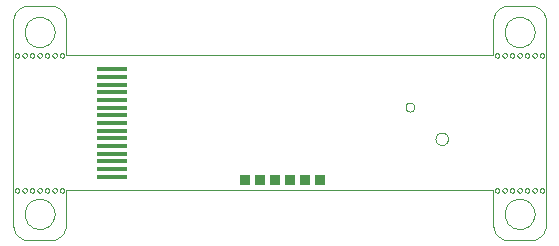
<source format=gbp>
G75*
%MOIN*%
%OFA0B0*%
%FSLAX24Y24*%
%IPPOS*%
%LPD*%
%AMOC8*
5,1,8,0,0,1.08239X$1,22.5*
%
%ADD10C,0.0000*%
%ADD11R,0.1024X0.0138*%
%ADD12R,0.0320X0.0350*%
D10*
X004943Y002737D02*
X005693Y002737D01*
X005737Y002739D01*
X005780Y002745D01*
X005822Y002754D01*
X005864Y002767D01*
X005904Y002784D01*
X005943Y002804D01*
X005980Y002827D01*
X006014Y002854D01*
X006047Y002883D01*
X006076Y002916D01*
X006103Y002950D01*
X006126Y002987D01*
X006146Y003026D01*
X006163Y003066D01*
X006176Y003108D01*
X006185Y003150D01*
X006191Y003193D01*
X006193Y003237D01*
X006193Y004393D01*
X020443Y004393D01*
X020443Y003237D01*
X020445Y003193D01*
X020451Y003150D01*
X020460Y003108D01*
X020473Y003066D01*
X020490Y003026D01*
X020510Y002987D01*
X020533Y002950D01*
X020560Y002916D01*
X020589Y002883D01*
X020622Y002854D01*
X020656Y002827D01*
X020693Y002804D01*
X020732Y002784D01*
X020772Y002767D01*
X020814Y002754D01*
X020856Y002745D01*
X020899Y002739D01*
X020943Y002737D01*
X021693Y002737D01*
X021737Y002739D01*
X021780Y002745D01*
X021822Y002754D01*
X021864Y002767D01*
X021904Y002784D01*
X021943Y002804D01*
X021980Y002827D01*
X022014Y002854D01*
X022047Y002883D01*
X022076Y002916D01*
X022103Y002950D01*
X022126Y002987D01*
X022146Y003026D01*
X022163Y003066D01*
X022176Y003108D01*
X022185Y003150D01*
X022191Y003193D01*
X022193Y003237D01*
X022193Y010050D01*
X022191Y010094D01*
X022185Y010137D01*
X022176Y010179D01*
X022163Y010221D01*
X022146Y010261D01*
X022126Y010300D01*
X022103Y010337D01*
X022076Y010371D01*
X022047Y010404D01*
X022014Y010433D01*
X021980Y010460D01*
X021943Y010483D01*
X021904Y010503D01*
X021864Y010520D01*
X021822Y010533D01*
X021780Y010542D01*
X021737Y010548D01*
X021693Y010550D01*
X020943Y010550D01*
X020899Y010548D01*
X020856Y010542D01*
X020814Y010533D01*
X020772Y010520D01*
X020732Y010503D01*
X020693Y010483D01*
X020656Y010460D01*
X020622Y010433D01*
X020589Y010404D01*
X020560Y010371D01*
X020533Y010337D01*
X020510Y010300D01*
X020490Y010261D01*
X020473Y010221D01*
X020460Y010179D01*
X020451Y010137D01*
X020445Y010094D01*
X020443Y010050D01*
X020443Y008893D01*
X006193Y008893D01*
X006193Y010050D01*
X006191Y010094D01*
X006185Y010137D01*
X006176Y010179D01*
X006163Y010221D01*
X006146Y010261D01*
X006126Y010300D01*
X006103Y010337D01*
X006076Y010371D01*
X006047Y010404D01*
X006014Y010433D01*
X005980Y010460D01*
X005943Y010483D01*
X005904Y010503D01*
X005864Y010520D01*
X005822Y010533D01*
X005780Y010542D01*
X005737Y010548D01*
X005693Y010550D01*
X004943Y010550D01*
X004899Y010548D01*
X004856Y010542D01*
X004814Y010533D01*
X004772Y010520D01*
X004732Y010503D01*
X004693Y010483D01*
X004656Y010460D01*
X004622Y010433D01*
X004589Y010404D01*
X004560Y010371D01*
X004533Y010337D01*
X004510Y010300D01*
X004490Y010261D01*
X004473Y010221D01*
X004460Y010179D01*
X004451Y010137D01*
X004445Y010094D01*
X004443Y010050D01*
X004443Y003237D01*
X004445Y003193D01*
X004451Y003150D01*
X004460Y003108D01*
X004473Y003066D01*
X004490Y003026D01*
X004510Y002987D01*
X004533Y002950D01*
X004560Y002916D01*
X004589Y002883D01*
X004622Y002854D01*
X004656Y002827D01*
X004693Y002804D01*
X004732Y002784D01*
X004772Y002767D01*
X004814Y002754D01*
X004856Y002745D01*
X004899Y002739D01*
X004943Y002737D01*
X004818Y003612D02*
X004820Y003656D01*
X004826Y003700D01*
X004836Y003743D01*
X004849Y003785D01*
X004866Y003826D01*
X004887Y003865D01*
X004911Y003902D01*
X004938Y003937D01*
X004968Y003969D01*
X005001Y003999D01*
X005037Y004025D01*
X005074Y004049D01*
X005114Y004068D01*
X005155Y004085D01*
X005198Y004097D01*
X005241Y004106D01*
X005285Y004111D01*
X005329Y004112D01*
X005373Y004109D01*
X005417Y004102D01*
X005460Y004091D01*
X005502Y004077D01*
X005542Y004059D01*
X005581Y004037D01*
X005617Y004013D01*
X005651Y003985D01*
X005683Y003954D01*
X005712Y003920D01*
X005738Y003884D01*
X005760Y003846D01*
X005779Y003806D01*
X005794Y003764D01*
X005806Y003722D01*
X005814Y003678D01*
X005818Y003634D01*
X005818Y003590D01*
X005814Y003546D01*
X005806Y003502D01*
X005794Y003460D01*
X005779Y003418D01*
X005760Y003378D01*
X005738Y003340D01*
X005712Y003304D01*
X005683Y003270D01*
X005651Y003239D01*
X005617Y003211D01*
X005581Y003187D01*
X005542Y003165D01*
X005502Y003147D01*
X005460Y003133D01*
X005417Y003122D01*
X005373Y003115D01*
X005329Y003112D01*
X005285Y003113D01*
X005241Y003118D01*
X005198Y003127D01*
X005155Y003139D01*
X005114Y003156D01*
X005074Y003175D01*
X005037Y003199D01*
X005001Y003225D01*
X004968Y003255D01*
X004938Y003287D01*
X004911Y003322D01*
X004887Y003359D01*
X004866Y003398D01*
X004849Y003439D01*
X004836Y003481D01*
X004826Y003524D01*
X004820Y003568D01*
X004818Y003612D01*
X004743Y004393D02*
X004745Y004410D01*
X004750Y004426D01*
X004759Y004440D01*
X004771Y004452D01*
X004785Y004461D01*
X004801Y004466D01*
X004818Y004468D01*
X004835Y004466D01*
X004851Y004461D01*
X004865Y004452D01*
X004877Y004440D01*
X004886Y004426D01*
X004891Y004410D01*
X004893Y004393D01*
X004891Y004376D01*
X004886Y004360D01*
X004877Y004346D01*
X004865Y004334D01*
X004851Y004325D01*
X004835Y004320D01*
X004818Y004318D01*
X004801Y004320D01*
X004785Y004325D01*
X004771Y004334D01*
X004759Y004346D01*
X004750Y004360D01*
X004745Y004376D01*
X004743Y004393D01*
X004493Y004393D02*
X004495Y004410D01*
X004500Y004426D01*
X004509Y004440D01*
X004521Y004452D01*
X004535Y004461D01*
X004551Y004466D01*
X004568Y004468D01*
X004585Y004466D01*
X004601Y004461D01*
X004615Y004452D01*
X004627Y004440D01*
X004636Y004426D01*
X004641Y004410D01*
X004643Y004393D01*
X004641Y004376D01*
X004636Y004360D01*
X004627Y004346D01*
X004615Y004334D01*
X004601Y004325D01*
X004585Y004320D01*
X004568Y004318D01*
X004551Y004320D01*
X004535Y004325D01*
X004521Y004334D01*
X004509Y004346D01*
X004500Y004360D01*
X004495Y004376D01*
X004493Y004393D01*
X004993Y004393D02*
X004995Y004410D01*
X005000Y004426D01*
X005009Y004440D01*
X005021Y004452D01*
X005035Y004461D01*
X005051Y004466D01*
X005068Y004468D01*
X005085Y004466D01*
X005101Y004461D01*
X005115Y004452D01*
X005127Y004440D01*
X005136Y004426D01*
X005141Y004410D01*
X005143Y004393D01*
X005141Y004376D01*
X005136Y004360D01*
X005127Y004346D01*
X005115Y004334D01*
X005101Y004325D01*
X005085Y004320D01*
X005068Y004318D01*
X005051Y004320D01*
X005035Y004325D01*
X005021Y004334D01*
X005009Y004346D01*
X005000Y004360D01*
X004995Y004376D01*
X004993Y004393D01*
X005243Y004393D02*
X005245Y004410D01*
X005250Y004426D01*
X005259Y004440D01*
X005271Y004452D01*
X005285Y004461D01*
X005301Y004466D01*
X005318Y004468D01*
X005335Y004466D01*
X005351Y004461D01*
X005365Y004452D01*
X005377Y004440D01*
X005386Y004426D01*
X005391Y004410D01*
X005393Y004393D01*
X005391Y004376D01*
X005386Y004360D01*
X005377Y004346D01*
X005365Y004334D01*
X005351Y004325D01*
X005335Y004320D01*
X005318Y004318D01*
X005301Y004320D01*
X005285Y004325D01*
X005271Y004334D01*
X005259Y004346D01*
X005250Y004360D01*
X005245Y004376D01*
X005243Y004393D01*
X005493Y004393D02*
X005495Y004410D01*
X005500Y004426D01*
X005509Y004440D01*
X005521Y004452D01*
X005535Y004461D01*
X005551Y004466D01*
X005568Y004468D01*
X005585Y004466D01*
X005601Y004461D01*
X005615Y004452D01*
X005627Y004440D01*
X005636Y004426D01*
X005641Y004410D01*
X005643Y004393D01*
X005641Y004376D01*
X005636Y004360D01*
X005627Y004346D01*
X005615Y004334D01*
X005601Y004325D01*
X005585Y004320D01*
X005568Y004318D01*
X005551Y004320D01*
X005535Y004325D01*
X005521Y004334D01*
X005509Y004346D01*
X005500Y004360D01*
X005495Y004376D01*
X005493Y004393D01*
X005743Y004393D02*
X005745Y004410D01*
X005750Y004426D01*
X005759Y004440D01*
X005771Y004452D01*
X005785Y004461D01*
X005801Y004466D01*
X005818Y004468D01*
X005835Y004466D01*
X005851Y004461D01*
X005865Y004452D01*
X005877Y004440D01*
X005886Y004426D01*
X005891Y004410D01*
X005893Y004393D01*
X005891Y004376D01*
X005886Y004360D01*
X005877Y004346D01*
X005865Y004334D01*
X005851Y004325D01*
X005835Y004320D01*
X005818Y004318D01*
X005801Y004320D01*
X005785Y004325D01*
X005771Y004334D01*
X005759Y004346D01*
X005750Y004360D01*
X005745Y004376D01*
X005743Y004393D01*
X005993Y004393D02*
X005995Y004410D01*
X006000Y004426D01*
X006009Y004440D01*
X006021Y004452D01*
X006035Y004461D01*
X006051Y004466D01*
X006068Y004468D01*
X006085Y004466D01*
X006101Y004461D01*
X006115Y004452D01*
X006127Y004440D01*
X006136Y004426D01*
X006141Y004410D01*
X006143Y004393D01*
X006141Y004376D01*
X006136Y004360D01*
X006127Y004346D01*
X006115Y004334D01*
X006101Y004325D01*
X006085Y004320D01*
X006068Y004318D01*
X006051Y004320D01*
X006035Y004325D01*
X006021Y004334D01*
X006009Y004346D01*
X006000Y004360D01*
X005995Y004376D01*
X005993Y004393D01*
X005993Y008893D02*
X005995Y008910D01*
X006000Y008926D01*
X006009Y008940D01*
X006021Y008952D01*
X006035Y008961D01*
X006051Y008966D01*
X006068Y008968D01*
X006085Y008966D01*
X006101Y008961D01*
X006115Y008952D01*
X006127Y008940D01*
X006136Y008926D01*
X006141Y008910D01*
X006143Y008893D01*
X006141Y008876D01*
X006136Y008860D01*
X006127Y008846D01*
X006115Y008834D01*
X006101Y008825D01*
X006085Y008820D01*
X006068Y008818D01*
X006051Y008820D01*
X006035Y008825D01*
X006021Y008834D01*
X006009Y008846D01*
X006000Y008860D01*
X005995Y008876D01*
X005993Y008893D01*
X005743Y008893D02*
X005745Y008910D01*
X005750Y008926D01*
X005759Y008940D01*
X005771Y008952D01*
X005785Y008961D01*
X005801Y008966D01*
X005818Y008968D01*
X005835Y008966D01*
X005851Y008961D01*
X005865Y008952D01*
X005877Y008940D01*
X005886Y008926D01*
X005891Y008910D01*
X005893Y008893D01*
X005891Y008876D01*
X005886Y008860D01*
X005877Y008846D01*
X005865Y008834D01*
X005851Y008825D01*
X005835Y008820D01*
X005818Y008818D01*
X005801Y008820D01*
X005785Y008825D01*
X005771Y008834D01*
X005759Y008846D01*
X005750Y008860D01*
X005745Y008876D01*
X005743Y008893D01*
X005493Y008893D02*
X005495Y008910D01*
X005500Y008926D01*
X005509Y008940D01*
X005521Y008952D01*
X005535Y008961D01*
X005551Y008966D01*
X005568Y008968D01*
X005585Y008966D01*
X005601Y008961D01*
X005615Y008952D01*
X005627Y008940D01*
X005636Y008926D01*
X005641Y008910D01*
X005643Y008893D01*
X005641Y008876D01*
X005636Y008860D01*
X005627Y008846D01*
X005615Y008834D01*
X005601Y008825D01*
X005585Y008820D01*
X005568Y008818D01*
X005551Y008820D01*
X005535Y008825D01*
X005521Y008834D01*
X005509Y008846D01*
X005500Y008860D01*
X005495Y008876D01*
X005493Y008893D01*
X005243Y008893D02*
X005245Y008910D01*
X005250Y008926D01*
X005259Y008940D01*
X005271Y008952D01*
X005285Y008961D01*
X005301Y008966D01*
X005318Y008968D01*
X005335Y008966D01*
X005351Y008961D01*
X005365Y008952D01*
X005377Y008940D01*
X005386Y008926D01*
X005391Y008910D01*
X005393Y008893D01*
X005391Y008876D01*
X005386Y008860D01*
X005377Y008846D01*
X005365Y008834D01*
X005351Y008825D01*
X005335Y008820D01*
X005318Y008818D01*
X005301Y008820D01*
X005285Y008825D01*
X005271Y008834D01*
X005259Y008846D01*
X005250Y008860D01*
X005245Y008876D01*
X005243Y008893D01*
X004993Y008893D02*
X004995Y008910D01*
X005000Y008926D01*
X005009Y008940D01*
X005021Y008952D01*
X005035Y008961D01*
X005051Y008966D01*
X005068Y008968D01*
X005085Y008966D01*
X005101Y008961D01*
X005115Y008952D01*
X005127Y008940D01*
X005136Y008926D01*
X005141Y008910D01*
X005143Y008893D01*
X005141Y008876D01*
X005136Y008860D01*
X005127Y008846D01*
X005115Y008834D01*
X005101Y008825D01*
X005085Y008820D01*
X005068Y008818D01*
X005051Y008820D01*
X005035Y008825D01*
X005021Y008834D01*
X005009Y008846D01*
X005000Y008860D01*
X004995Y008876D01*
X004993Y008893D01*
X004743Y008893D02*
X004745Y008910D01*
X004750Y008926D01*
X004759Y008940D01*
X004771Y008952D01*
X004785Y008961D01*
X004801Y008966D01*
X004818Y008968D01*
X004835Y008966D01*
X004851Y008961D01*
X004865Y008952D01*
X004877Y008940D01*
X004886Y008926D01*
X004891Y008910D01*
X004893Y008893D01*
X004891Y008876D01*
X004886Y008860D01*
X004877Y008846D01*
X004865Y008834D01*
X004851Y008825D01*
X004835Y008820D01*
X004818Y008818D01*
X004801Y008820D01*
X004785Y008825D01*
X004771Y008834D01*
X004759Y008846D01*
X004750Y008860D01*
X004745Y008876D01*
X004743Y008893D01*
X004493Y008893D02*
X004495Y008910D01*
X004500Y008926D01*
X004509Y008940D01*
X004521Y008952D01*
X004535Y008961D01*
X004551Y008966D01*
X004568Y008968D01*
X004585Y008966D01*
X004601Y008961D01*
X004615Y008952D01*
X004627Y008940D01*
X004636Y008926D01*
X004641Y008910D01*
X004643Y008893D01*
X004641Y008876D01*
X004636Y008860D01*
X004627Y008846D01*
X004615Y008834D01*
X004601Y008825D01*
X004585Y008820D01*
X004568Y008818D01*
X004551Y008820D01*
X004535Y008825D01*
X004521Y008834D01*
X004509Y008846D01*
X004500Y008860D01*
X004495Y008876D01*
X004493Y008893D01*
X004818Y009675D02*
X004820Y009719D01*
X004826Y009763D01*
X004836Y009806D01*
X004849Y009848D01*
X004866Y009889D01*
X004887Y009928D01*
X004911Y009965D01*
X004938Y010000D01*
X004968Y010032D01*
X005001Y010062D01*
X005037Y010088D01*
X005074Y010112D01*
X005114Y010131D01*
X005155Y010148D01*
X005198Y010160D01*
X005241Y010169D01*
X005285Y010174D01*
X005329Y010175D01*
X005373Y010172D01*
X005417Y010165D01*
X005460Y010154D01*
X005502Y010140D01*
X005542Y010122D01*
X005581Y010100D01*
X005617Y010076D01*
X005651Y010048D01*
X005683Y010017D01*
X005712Y009983D01*
X005738Y009947D01*
X005760Y009909D01*
X005779Y009869D01*
X005794Y009827D01*
X005806Y009785D01*
X005814Y009741D01*
X005818Y009697D01*
X005818Y009653D01*
X005814Y009609D01*
X005806Y009565D01*
X005794Y009523D01*
X005779Y009481D01*
X005760Y009441D01*
X005738Y009403D01*
X005712Y009367D01*
X005683Y009333D01*
X005651Y009302D01*
X005617Y009274D01*
X005581Y009250D01*
X005542Y009228D01*
X005502Y009210D01*
X005460Y009196D01*
X005417Y009185D01*
X005373Y009178D01*
X005329Y009175D01*
X005285Y009176D01*
X005241Y009181D01*
X005198Y009190D01*
X005155Y009202D01*
X005114Y009219D01*
X005074Y009238D01*
X005037Y009262D01*
X005001Y009288D01*
X004968Y009318D01*
X004938Y009350D01*
X004911Y009385D01*
X004887Y009422D01*
X004866Y009461D01*
X004849Y009502D01*
X004836Y009544D01*
X004826Y009587D01*
X004820Y009631D01*
X004818Y009675D01*
X017516Y007172D02*
X017518Y007196D01*
X017524Y007219D01*
X017533Y007241D01*
X017546Y007261D01*
X017561Y007279D01*
X017580Y007294D01*
X017601Y007306D01*
X017623Y007314D01*
X017646Y007319D01*
X017670Y007320D01*
X017694Y007317D01*
X017716Y007310D01*
X017738Y007300D01*
X017758Y007287D01*
X017775Y007270D01*
X017789Y007251D01*
X017800Y007230D01*
X017808Y007207D01*
X017812Y007184D01*
X017812Y007160D01*
X017808Y007137D01*
X017800Y007114D01*
X017789Y007093D01*
X017775Y007074D01*
X017758Y007057D01*
X017738Y007044D01*
X017716Y007034D01*
X017694Y007027D01*
X017670Y007024D01*
X017646Y007025D01*
X017623Y007030D01*
X017601Y007038D01*
X017580Y007050D01*
X017561Y007065D01*
X017546Y007083D01*
X017533Y007103D01*
X017524Y007125D01*
X017518Y007148D01*
X017516Y007172D01*
X018515Y006114D02*
X018517Y006142D01*
X018523Y006170D01*
X018532Y006196D01*
X018545Y006222D01*
X018561Y006245D01*
X018581Y006265D01*
X018603Y006283D01*
X018627Y006298D01*
X018653Y006309D01*
X018680Y006317D01*
X018708Y006321D01*
X018736Y006321D01*
X018764Y006317D01*
X018791Y006309D01*
X018817Y006298D01*
X018841Y006283D01*
X018863Y006265D01*
X018883Y006245D01*
X018899Y006222D01*
X018912Y006196D01*
X018921Y006170D01*
X018927Y006142D01*
X018929Y006114D01*
X018927Y006086D01*
X018921Y006058D01*
X018912Y006032D01*
X018899Y006006D01*
X018883Y005983D01*
X018863Y005963D01*
X018841Y005945D01*
X018817Y005930D01*
X018791Y005919D01*
X018764Y005911D01*
X018736Y005907D01*
X018708Y005907D01*
X018680Y005911D01*
X018653Y005919D01*
X018627Y005930D01*
X018603Y005945D01*
X018581Y005963D01*
X018561Y005983D01*
X018545Y006006D01*
X018532Y006032D01*
X018523Y006058D01*
X018517Y006086D01*
X018515Y006114D01*
X020493Y004393D02*
X020495Y004410D01*
X020500Y004426D01*
X020509Y004440D01*
X020521Y004452D01*
X020535Y004461D01*
X020551Y004466D01*
X020568Y004468D01*
X020585Y004466D01*
X020601Y004461D01*
X020615Y004452D01*
X020627Y004440D01*
X020636Y004426D01*
X020641Y004410D01*
X020643Y004393D01*
X020641Y004376D01*
X020636Y004360D01*
X020627Y004346D01*
X020615Y004334D01*
X020601Y004325D01*
X020585Y004320D01*
X020568Y004318D01*
X020551Y004320D01*
X020535Y004325D01*
X020521Y004334D01*
X020509Y004346D01*
X020500Y004360D01*
X020495Y004376D01*
X020493Y004393D01*
X020743Y004393D02*
X020745Y004410D01*
X020750Y004426D01*
X020759Y004440D01*
X020771Y004452D01*
X020785Y004461D01*
X020801Y004466D01*
X020818Y004468D01*
X020835Y004466D01*
X020851Y004461D01*
X020865Y004452D01*
X020877Y004440D01*
X020886Y004426D01*
X020891Y004410D01*
X020893Y004393D01*
X020891Y004376D01*
X020886Y004360D01*
X020877Y004346D01*
X020865Y004334D01*
X020851Y004325D01*
X020835Y004320D01*
X020818Y004318D01*
X020801Y004320D01*
X020785Y004325D01*
X020771Y004334D01*
X020759Y004346D01*
X020750Y004360D01*
X020745Y004376D01*
X020743Y004393D01*
X020993Y004393D02*
X020995Y004410D01*
X021000Y004426D01*
X021009Y004440D01*
X021021Y004452D01*
X021035Y004461D01*
X021051Y004466D01*
X021068Y004468D01*
X021085Y004466D01*
X021101Y004461D01*
X021115Y004452D01*
X021127Y004440D01*
X021136Y004426D01*
X021141Y004410D01*
X021143Y004393D01*
X021141Y004376D01*
X021136Y004360D01*
X021127Y004346D01*
X021115Y004334D01*
X021101Y004325D01*
X021085Y004320D01*
X021068Y004318D01*
X021051Y004320D01*
X021035Y004325D01*
X021021Y004334D01*
X021009Y004346D01*
X021000Y004360D01*
X020995Y004376D01*
X020993Y004393D01*
X021243Y004393D02*
X021245Y004410D01*
X021250Y004426D01*
X021259Y004440D01*
X021271Y004452D01*
X021285Y004461D01*
X021301Y004466D01*
X021318Y004468D01*
X021335Y004466D01*
X021351Y004461D01*
X021365Y004452D01*
X021377Y004440D01*
X021386Y004426D01*
X021391Y004410D01*
X021393Y004393D01*
X021391Y004376D01*
X021386Y004360D01*
X021377Y004346D01*
X021365Y004334D01*
X021351Y004325D01*
X021335Y004320D01*
X021318Y004318D01*
X021301Y004320D01*
X021285Y004325D01*
X021271Y004334D01*
X021259Y004346D01*
X021250Y004360D01*
X021245Y004376D01*
X021243Y004393D01*
X021493Y004393D02*
X021495Y004410D01*
X021500Y004426D01*
X021509Y004440D01*
X021521Y004452D01*
X021535Y004461D01*
X021551Y004466D01*
X021568Y004468D01*
X021585Y004466D01*
X021601Y004461D01*
X021615Y004452D01*
X021627Y004440D01*
X021636Y004426D01*
X021641Y004410D01*
X021643Y004393D01*
X021641Y004376D01*
X021636Y004360D01*
X021627Y004346D01*
X021615Y004334D01*
X021601Y004325D01*
X021585Y004320D01*
X021568Y004318D01*
X021551Y004320D01*
X021535Y004325D01*
X021521Y004334D01*
X021509Y004346D01*
X021500Y004360D01*
X021495Y004376D01*
X021493Y004393D01*
X021743Y004393D02*
X021745Y004410D01*
X021750Y004426D01*
X021759Y004440D01*
X021771Y004452D01*
X021785Y004461D01*
X021801Y004466D01*
X021818Y004468D01*
X021835Y004466D01*
X021851Y004461D01*
X021865Y004452D01*
X021877Y004440D01*
X021886Y004426D01*
X021891Y004410D01*
X021893Y004393D01*
X021891Y004376D01*
X021886Y004360D01*
X021877Y004346D01*
X021865Y004334D01*
X021851Y004325D01*
X021835Y004320D01*
X021818Y004318D01*
X021801Y004320D01*
X021785Y004325D01*
X021771Y004334D01*
X021759Y004346D01*
X021750Y004360D01*
X021745Y004376D01*
X021743Y004393D01*
X021993Y004393D02*
X021995Y004410D01*
X022000Y004426D01*
X022009Y004440D01*
X022021Y004452D01*
X022035Y004461D01*
X022051Y004466D01*
X022068Y004468D01*
X022085Y004466D01*
X022101Y004461D01*
X022115Y004452D01*
X022127Y004440D01*
X022136Y004426D01*
X022141Y004410D01*
X022143Y004393D01*
X022141Y004376D01*
X022136Y004360D01*
X022127Y004346D01*
X022115Y004334D01*
X022101Y004325D01*
X022085Y004320D01*
X022068Y004318D01*
X022051Y004320D01*
X022035Y004325D01*
X022021Y004334D01*
X022009Y004346D01*
X022000Y004360D01*
X021995Y004376D01*
X021993Y004393D01*
X020818Y003612D02*
X020820Y003656D01*
X020826Y003700D01*
X020836Y003743D01*
X020849Y003785D01*
X020866Y003826D01*
X020887Y003865D01*
X020911Y003902D01*
X020938Y003937D01*
X020968Y003969D01*
X021001Y003999D01*
X021037Y004025D01*
X021074Y004049D01*
X021114Y004068D01*
X021155Y004085D01*
X021198Y004097D01*
X021241Y004106D01*
X021285Y004111D01*
X021329Y004112D01*
X021373Y004109D01*
X021417Y004102D01*
X021460Y004091D01*
X021502Y004077D01*
X021542Y004059D01*
X021581Y004037D01*
X021617Y004013D01*
X021651Y003985D01*
X021683Y003954D01*
X021712Y003920D01*
X021738Y003884D01*
X021760Y003846D01*
X021779Y003806D01*
X021794Y003764D01*
X021806Y003722D01*
X021814Y003678D01*
X021818Y003634D01*
X021818Y003590D01*
X021814Y003546D01*
X021806Y003502D01*
X021794Y003460D01*
X021779Y003418D01*
X021760Y003378D01*
X021738Y003340D01*
X021712Y003304D01*
X021683Y003270D01*
X021651Y003239D01*
X021617Y003211D01*
X021581Y003187D01*
X021542Y003165D01*
X021502Y003147D01*
X021460Y003133D01*
X021417Y003122D01*
X021373Y003115D01*
X021329Y003112D01*
X021285Y003113D01*
X021241Y003118D01*
X021198Y003127D01*
X021155Y003139D01*
X021114Y003156D01*
X021074Y003175D01*
X021037Y003199D01*
X021001Y003225D01*
X020968Y003255D01*
X020938Y003287D01*
X020911Y003322D01*
X020887Y003359D01*
X020866Y003398D01*
X020849Y003439D01*
X020836Y003481D01*
X020826Y003524D01*
X020820Y003568D01*
X020818Y003612D01*
X020743Y008893D02*
X020745Y008910D01*
X020750Y008926D01*
X020759Y008940D01*
X020771Y008952D01*
X020785Y008961D01*
X020801Y008966D01*
X020818Y008968D01*
X020835Y008966D01*
X020851Y008961D01*
X020865Y008952D01*
X020877Y008940D01*
X020886Y008926D01*
X020891Y008910D01*
X020893Y008893D01*
X020891Y008876D01*
X020886Y008860D01*
X020877Y008846D01*
X020865Y008834D01*
X020851Y008825D01*
X020835Y008820D01*
X020818Y008818D01*
X020801Y008820D01*
X020785Y008825D01*
X020771Y008834D01*
X020759Y008846D01*
X020750Y008860D01*
X020745Y008876D01*
X020743Y008893D01*
X020493Y008893D02*
X020495Y008910D01*
X020500Y008926D01*
X020509Y008940D01*
X020521Y008952D01*
X020535Y008961D01*
X020551Y008966D01*
X020568Y008968D01*
X020585Y008966D01*
X020601Y008961D01*
X020615Y008952D01*
X020627Y008940D01*
X020636Y008926D01*
X020641Y008910D01*
X020643Y008893D01*
X020641Y008876D01*
X020636Y008860D01*
X020627Y008846D01*
X020615Y008834D01*
X020601Y008825D01*
X020585Y008820D01*
X020568Y008818D01*
X020551Y008820D01*
X020535Y008825D01*
X020521Y008834D01*
X020509Y008846D01*
X020500Y008860D01*
X020495Y008876D01*
X020493Y008893D01*
X020993Y008893D02*
X020995Y008910D01*
X021000Y008926D01*
X021009Y008940D01*
X021021Y008952D01*
X021035Y008961D01*
X021051Y008966D01*
X021068Y008968D01*
X021085Y008966D01*
X021101Y008961D01*
X021115Y008952D01*
X021127Y008940D01*
X021136Y008926D01*
X021141Y008910D01*
X021143Y008893D01*
X021141Y008876D01*
X021136Y008860D01*
X021127Y008846D01*
X021115Y008834D01*
X021101Y008825D01*
X021085Y008820D01*
X021068Y008818D01*
X021051Y008820D01*
X021035Y008825D01*
X021021Y008834D01*
X021009Y008846D01*
X021000Y008860D01*
X020995Y008876D01*
X020993Y008893D01*
X021243Y008893D02*
X021245Y008910D01*
X021250Y008926D01*
X021259Y008940D01*
X021271Y008952D01*
X021285Y008961D01*
X021301Y008966D01*
X021318Y008968D01*
X021335Y008966D01*
X021351Y008961D01*
X021365Y008952D01*
X021377Y008940D01*
X021386Y008926D01*
X021391Y008910D01*
X021393Y008893D01*
X021391Y008876D01*
X021386Y008860D01*
X021377Y008846D01*
X021365Y008834D01*
X021351Y008825D01*
X021335Y008820D01*
X021318Y008818D01*
X021301Y008820D01*
X021285Y008825D01*
X021271Y008834D01*
X021259Y008846D01*
X021250Y008860D01*
X021245Y008876D01*
X021243Y008893D01*
X021493Y008893D02*
X021495Y008910D01*
X021500Y008926D01*
X021509Y008940D01*
X021521Y008952D01*
X021535Y008961D01*
X021551Y008966D01*
X021568Y008968D01*
X021585Y008966D01*
X021601Y008961D01*
X021615Y008952D01*
X021627Y008940D01*
X021636Y008926D01*
X021641Y008910D01*
X021643Y008893D01*
X021641Y008876D01*
X021636Y008860D01*
X021627Y008846D01*
X021615Y008834D01*
X021601Y008825D01*
X021585Y008820D01*
X021568Y008818D01*
X021551Y008820D01*
X021535Y008825D01*
X021521Y008834D01*
X021509Y008846D01*
X021500Y008860D01*
X021495Y008876D01*
X021493Y008893D01*
X021743Y008893D02*
X021745Y008910D01*
X021750Y008926D01*
X021759Y008940D01*
X021771Y008952D01*
X021785Y008961D01*
X021801Y008966D01*
X021818Y008968D01*
X021835Y008966D01*
X021851Y008961D01*
X021865Y008952D01*
X021877Y008940D01*
X021886Y008926D01*
X021891Y008910D01*
X021893Y008893D01*
X021891Y008876D01*
X021886Y008860D01*
X021877Y008846D01*
X021865Y008834D01*
X021851Y008825D01*
X021835Y008820D01*
X021818Y008818D01*
X021801Y008820D01*
X021785Y008825D01*
X021771Y008834D01*
X021759Y008846D01*
X021750Y008860D01*
X021745Y008876D01*
X021743Y008893D01*
X021993Y008893D02*
X021995Y008910D01*
X022000Y008926D01*
X022009Y008940D01*
X022021Y008952D01*
X022035Y008961D01*
X022051Y008966D01*
X022068Y008968D01*
X022085Y008966D01*
X022101Y008961D01*
X022115Y008952D01*
X022127Y008940D01*
X022136Y008926D01*
X022141Y008910D01*
X022143Y008893D01*
X022141Y008876D01*
X022136Y008860D01*
X022127Y008846D01*
X022115Y008834D01*
X022101Y008825D01*
X022085Y008820D01*
X022068Y008818D01*
X022051Y008820D01*
X022035Y008825D01*
X022021Y008834D01*
X022009Y008846D01*
X022000Y008860D01*
X021995Y008876D01*
X021993Y008893D01*
X020818Y009675D02*
X020820Y009719D01*
X020826Y009763D01*
X020836Y009806D01*
X020849Y009848D01*
X020866Y009889D01*
X020887Y009928D01*
X020911Y009965D01*
X020938Y010000D01*
X020968Y010032D01*
X021001Y010062D01*
X021037Y010088D01*
X021074Y010112D01*
X021114Y010131D01*
X021155Y010148D01*
X021198Y010160D01*
X021241Y010169D01*
X021285Y010174D01*
X021329Y010175D01*
X021373Y010172D01*
X021417Y010165D01*
X021460Y010154D01*
X021502Y010140D01*
X021542Y010122D01*
X021581Y010100D01*
X021617Y010076D01*
X021651Y010048D01*
X021683Y010017D01*
X021712Y009983D01*
X021738Y009947D01*
X021760Y009909D01*
X021779Y009869D01*
X021794Y009827D01*
X021806Y009785D01*
X021814Y009741D01*
X021818Y009697D01*
X021818Y009653D01*
X021814Y009609D01*
X021806Y009565D01*
X021794Y009523D01*
X021779Y009481D01*
X021760Y009441D01*
X021738Y009403D01*
X021712Y009367D01*
X021683Y009333D01*
X021651Y009302D01*
X021617Y009274D01*
X021581Y009250D01*
X021542Y009228D01*
X021502Y009210D01*
X021460Y009196D01*
X021417Y009185D01*
X021373Y009178D01*
X021329Y009175D01*
X021285Y009176D01*
X021241Y009181D01*
X021198Y009190D01*
X021155Y009202D01*
X021114Y009219D01*
X021074Y009238D01*
X021037Y009262D01*
X021001Y009288D01*
X020968Y009318D01*
X020938Y009350D01*
X020911Y009385D01*
X020887Y009422D01*
X020866Y009461D01*
X020849Y009502D01*
X020836Y009544D01*
X020826Y009587D01*
X020820Y009631D01*
X020818Y009675D01*
D11*
X007724Y008435D03*
X007724Y008179D03*
X007724Y007923D03*
X007724Y007667D03*
X007724Y007411D03*
X007724Y007155D03*
X007724Y006899D03*
X007724Y006643D03*
X007724Y006387D03*
X007724Y006131D03*
X007724Y005876D03*
X007724Y005620D03*
X007724Y005364D03*
X007724Y005108D03*
X007724Y004852D03*
D12*
X012162Y004737D03*
X012662Y004737D03*
X013162Y004737D03*
X013662Y004737D03*
X014162Y004737D03*
X014662Y004737D03*
M02*

</source>
